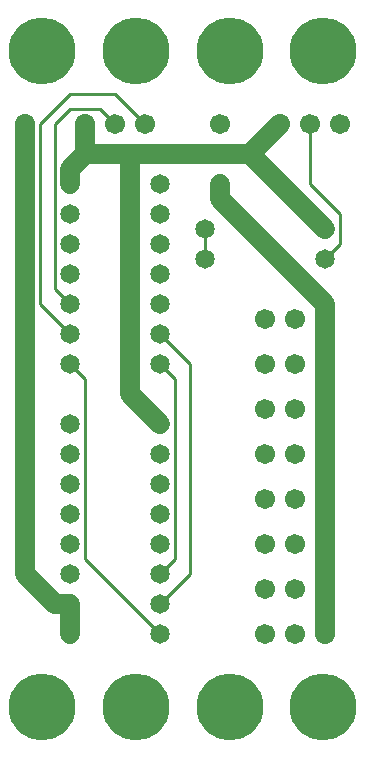
<source format=gtl>
%MOIN*%
%FSLAX25Y25*%
G04 D10 used for Character Trace; *
G04     Circle (OD=.01000) (No hole)*
G04 D11 used for Power Trace; *
G04     Circle (OD=.06700) (No hole)*
G04 D12 used for Signal Trace; *
G04     Circle (OD=.01100) (No hole)*
G04 D13 used for Via; *
G04     Circle (OD=.05800) (Round. Hole ID=.02800)*
G04 D14 used for Component hole; *
G04     Circle (OD=.06500) (Round. Hole ID=.03500)*
G04 D15 used for Component hole; *
G04     Circle (OD=.06700) (Round. Hole ID=.04300)*
G04 D16 used for Component hole; *
G04     Circle (OD=.08100) (Round. Hole ID=.05100)*
G04 D17 used for Component hole; *
G04     Circle (OD=.08900) (Round. Hole ID=.05900)*
G04 D18 used for Component hole; *
G04     Circle (OD=.11300) (Round. Hole ID=.08300)*
G04 D19 used for Component hole; *
G04     Circle (OD=.16000) (Round. Hole ID=.13000)*
G04 D20 used for Component hole; *
G04     Circle (OD=.18300) (Round. Hole ID=.15300)*
G04 D21 used for Component hole; *
G04     Circle (OD=.22291) (Round. Hole ID=.19291)*
%ADD10C,.01000*%
%ADD11C,.06700*%
%ADD12C,.01100*%
%ADD13C,.05800*%
%ADD14C,.06500*%
%ADD15C,.06700*%
%ADD16C,.08100*%
%ADD17C,.08900*%
%ADD18C,.11300*%
%ADD19C,.16000*%
%ADD20C,.18300*%
%ADD21C,.22291*%
%IPPOS*%
%LPD*%
G90*X0Y0D02*D21*X15625Y15625D03*D14*              
X25000Y40000D03*D11*Y50000D01*D14*D03*D11*        
X20000D01*X10000Y60000D01*Y210000D01*D15*D03*D12* 
X15000Y150000D02*Y210000D01*X25000Y140000D02*     
X15000Y150000D01*D14*X25000Y140000D03*Y150000D03* 
D12*X20000Y155000D01*Y210000D01*X25000Y215000D01* 
X35000D01*X40000Y210000D01*D15*D03*D11*           
X25000Y195000D02*X30000Y200000D01*                
X25000Y190000D02*Y195000D01*D14*Y190000D03*D11*   
X30000Y200000D02*X45000D01*Y120000D01*            
X55000Y110000D01*D14*D03*Y100000D03*D12*          
X60000Y65000D02*Y125000D01*X55000Y60000D02*       
X60000Y65000D01*D14*X55000Y60000D03*D12*Y50000D02*
X65000Y60000D01*D14*X55000Y50000D03*D12*          
X65000Y60000D02*Y130000D01*X55000Y140000D01*D14*  
D03*Y150000D03*Y130000D03*D12*X60000Y125000D01*   
D15*X90000Y100000D03*Y115000D03*D12*              
X30000Y65000D02*Y125000D01*X55000Y40000D02*       
X30000Y65000D01*D14*X55000Y40000D03*D21*          
X78125Y15625D03*X46875D03*D14*X25000Y70000D03*    
Y60000D03*X55000Y70000D03*D15*X90000Y40000D03*    
Y55000D03*Y70000D03*D14*X55000Y80000D03*X25000D03*
D15*X100000Y85000D03*X90000D03*X100000Y40000D03*  
Y55000D03*Y70000D03*D14*X55000Y90000D03*X25000D03*
D21*X109375Y15625D03*D15*X110000Y40000D03*D11*    
Y55000D01*D15*D03*D11*Y70000D01*D15*D03*D11*      
Y85000D01*D15*D03*D11*Y100000D01*D15*D03*D11*     
Y115000D01*D15*D03*D11*Y130000D01*D15*D03*D11*    
Y145000D01*D15*D03*D11*Y150000D01*                
X75000Y185000D01*Y190000D01*D14*D03*D11*X95000D02*
X85000Y200000D01*D14*X95000Y190000D03*D11*        
X110000Y175000D01*D14*D03*D12*Y165000D02*         
X115000Y170000D01*D14*X110000Y165000D03*D12*      
X115000Y170000D02*Y180000D01*X105000Y190000D01*   
Y210000D01*D15*D03*X115000D03*X95000D03*D11*      
X85000Y200000D01*X45000D01*D14*X55000Y190000D03*  
D15*X50000Y210000D03*D12*X40000Y220000D01*        
X25000D01*X15000Y210000D01*D11*X30000Y200000D02*  
Y210000D01*D15*D03*D21*X46875Y234375D03*X15625D03*
D14*X25000Y180000D03*X55000D03*X70000Y175000D03*  
D12*Y165000D01*D14*D03*X55000Y170000D03*          
Y160000D03*D15*X90000Y145000D03*X100000D03*       
X90000Y130000D03*X100000D03*D12*X30000Y125000D02* 
X25000Y130000D01*D14*D03*Y110000D03*Y160000D03*   
Y100000D03*Y170000D03*D15*X100000Y100000D03*      
Y115000D03*X75000Y210000D03*D21*X109375Y234375D03*
X78125D03*M02*                                    

</source>
